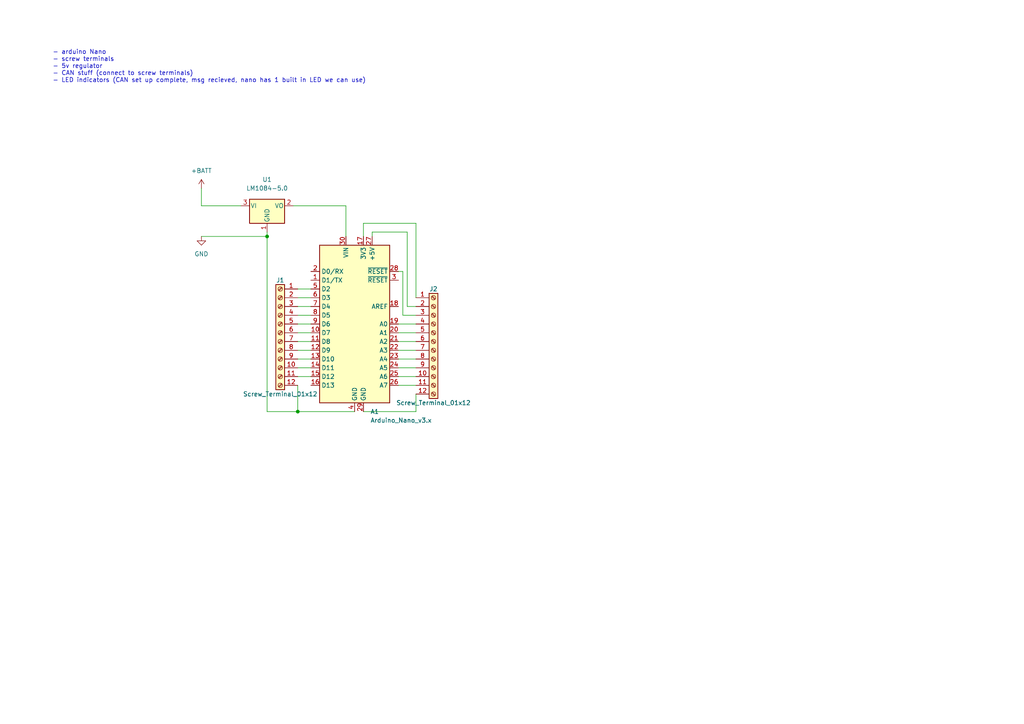
<source format=kicad_sch>
(kicad_sch (version 20211123) (generator eeschema)
  (paper "A4")
  (lib_symbols
    (symbol "Connector:Screw_Terminal_01x12" (pin_names (offset 1.016) hide)
      (property "Reference" "J" (at 0 15.24 0))
      (property "Value" "Screw_Terminal_01x12" (at 0 -17.78 0))
      (symbol "Screw_Terminal_01x12_1_1"
        (rectangle (start -1.27 13.97) (end 1.27 -16.51) (stroke (width 0.254)) (fill (type background)))
        (circle (center 0 -15.24) (radius 0.635) (stroke (width 0.1524)))
        (circle (center 0 -12.7) (radius 0.635) (stroke (width 0.1524)))
        (circle (center 0 -10.16) (radius 0.635) (stroke (width 0.1524)))
        (circle (center 0 -7.62) (radius 0.635) (stroke (width 0.1524)))
        (circle (center 0 -5.08) (radius 0.635) (stroke (width 0.1524)))
        (circle (center 0 -2.54) (radius 0.635) (stroke (width 0.1524)))
        (polyline (pts (xy -0.5334 -14.9098) (xy 0.3302 -15.748)) (stroke (width 0.1524)))
        (polyline (pts (xy -0.5334 -12.3698) (xy 0.3302 -13.208)) (stroke (width 0.1524)))
        (polyline (pts (xy -0.5334 -9.8298) (xy 0.3302 -10.668)) (stroke (width 0.1524)))
        (polyline (pts (xy -0.5334 -7.2898) (xy 0.3302 -8.128)) (stroke (width 0.1524)))
        (polyline (pts (xy -0.5334 -4.7498) (xy 0.3302 -5.588)) (stroke (width 0.1524)))
        (polyline (pts (xy -0.5334 -2.2098) (xy 0.3302 -3.048)) (stroke (width 0.1524)))
        (polyline (pts (xy -0.5334 0.3302) (xy 0.3302 -0.508)) (stroke (width 0.1524)))
        (polyline (pts (xy -0.5334 2.8702) (xy 0.3302 2.032)) (stroke (width 0.1524)))
        (polyline (pts (xy -0.5334 5.4102) (xy 0.3302 4.572)) (stroke (width 0.1524)))
        (polyline (pts (xy -0.5334 7.9502) (xy 0.3302 7.112)) (stroke (width 0.1524)))
        (polyline (pts (xy -0.5334 10.4902) (xy 0.3302 9.652)) (stroke (width 0.1524)))
        (polyline (pts (xy -0.5334 13.0302) (xy 0.3302 12.192)) (stroke (width 0.1524)))
        (polyline (pts (xy -0.3556 -14.732) (xy 0.508 -15.5702)) (stroke (width 0.1524)))
        (polyline (pts (xy -0.3556 -12.192) (xy 0.508 -13.0302)) (stroke (width 0.1524)))
        (polyline (pts (xy -0.3556 -9.652) (xy 0.508 -10.4902)) (stroke (width 0.1524)))
        (polyline (pts (xy -0.3556 -7.112) (xy 0.508 -7.9502)) (stroke (width 0.1524)))
        (polyline (pts (xy -0.3556 -4.572) (xy 0.508 -5.4102)) (stroke (width 0.1524)))
        (polyline (pts (xy -0.3556 -2.032) (xy 0.508 -2.8702)) (stroke (width 0.1524)))
        (polyline (pts (xy -0.3556 0.508) (xy 0.508 -0.3302)) (stroke (width 0.1524)))
        (polyline (pts (xy -0.3556 3.048) (xy 0.508 2.2098)) (stroke (width 0.1524)))
        (polyline (pts (xy -0.3556 5.588) (xy 0.508 4.7498)) (stroke (width 0.1524)))
        (polyline (pts (xy -0.3556 8.128) (xy 0.508 7.2898)) (stroke (width 0.1524)))
        (polyline (pts (xy -0.3556 10.668) (xy 0.508 9.8298)) (stroke (width 0.1524)))
        (polyline (pts (xy -0.3556 13.208) (xy 0.508 12.3698)) (stroke (width 0.1524)))
        (circle (center 0 0) (radius 0.635) (stroke (width 0.1524)))
        (circle (center 0 2.54) (radius 0.635) (stroke (width 0.1524)))
        (circle (center 0 5.08) (radius 0.635) (stroke (width 0.1524)))
        (circle (center 0 7.62) (radius 0.635) (stroke (width 0.1524)))
        (circle (center 0 10.16) (radius 0.635) (stroke (width 0.1524)))
        (circle (center 0 12.7) (radius 0.635) (stroke (width 0.1524)))
        (pin passive line (at -5.08 12.7 0) (length 3.81) (name "Pin_1") (number "1"))
        (pin passive line (at -5.08 -10.16 0) (length 3.81) (name "Pin_10") (number "10"))
        (pin passive line (at -5.08 -12.7 0) (length 3.81) (name "Pin_11") (number "11"))
        (pin passive line (at -5.08 -15.24 0) (length 3.81) (name "Pin_12") (number "12"))
        (pin passive line (at -5.08 10.16 0) (length 3.81) (name "Pin_2") (number "2"))
        (pin passive line (at -5.08 7.62 0) (length 3.81) (name "Pin_3") (number "3"))
        (pin passive line (at -5.08 5.08 0) (length 3.81) (name "Pin_4") (number "4"))
        (pin passive line (at -5.08 2.54 0) (length 3.81) (name "Pin_5") (number "5"))
        (pin passive line (at -5.08 0 0) (length 3.81) (name "Pin_6") (number "6"))
        (pin passive line (at -5.08 -2.54 0) (length 3.81) (name "Pin_7") (number "7"))
        (pin passive line (at -5.08 -5.08 0) (length 3.81) (name "Pin_8") (number "8"))
        (pin passive line (at -5.08 -7.62 0) (length 3.81) (name "Pin_9") (number "9"))
      )
    )
    (symbol "MCU_Module:Arduino_Nano_v3.x"
      (property "Reference" "A" (at -10.16 23.495 0))
      (property "Value" "Arduino_Nano_v3.x" (at 5.08 -24.13 0))
      (symbol "Arduino_Nano_v3.x_0_1"
        (rectangle (start -10.16 22.86) (end 10.16 -22.86) (stroke (width 0.254)) (fill (type background)))
      )
      (symbol "Arduino_Nano_v3.x_1_1"
        (pin bidirectional line (at -12.7 12.7 0) (length 2.54) (name "D1/TX") (number "1"))
        (pin bidirectional line (at -12.7 -2.54 0) (length 2.54) (name "D7") (number "10"))
        (pin bidirectional line (at -12.7 -5.08 0) (length 2.54) (name "D8") (number "11"))
        (pin bidirectional line (at -12.7 -7.62 0) (length 2.54) (name "D9") (number "12"))
        (pin bidirectional line (at -12.7 -10.16 0) (length 2.54) (name "D10") (number "13"))
        (pin bidirectional line (at -12.7 -12.7 0) (length 2.54) (name "D11") (number "14"))
        (pin bidirectional line (at -12.7 -15.24 0) (length 2.54) (name "D12") (number "15"))
        (pin bidirectional line (at -12.7 -17.78 0) (length 2.54) (name "D13") (number "16"))
        (pin power_out line (at 2.54 25.4 270) (length 2.54) (name "3V3") (number "17"))
        (pin input line (at 12.7 5.08 180) (length 2.54) (name "AREF") (number "18"))
        (pin bidirectional line (at 12.7 0 180) (length 2.54) (name "A0") (number "19"))
        (pin bidirectional line (at -12.7 15.24 0) (length 2.54) (name "D0/RX") (number "2"))
        (pin bidirectional line (at 12.7 -2.54 180) (length 2.54) (name "A1") (number "20"))
        (pin bidirectional line (at 12.7 -5.08 180) (length 2.54) (name "A2") (number "21"))
        (pin bidirectional line (at 12.7 -7.62 180) (length 2.54) (name "A3") (number "22"))
        (pin bidirectional line (at 12.7 -10.16 180) (length 2.54) (name "A4") (number "23"))
        (pin bidirectional line (at 12.7 -12.7 180) (length 2.54) (name "A5") (number "24"))
        (pin bidirectional line (at 12.7 -15.24 180) (length 2.54) (name "A6") (number "25"))
        (pin bidirectional line (at 12.7 -17.78 180) (length 2.54) (name "A7") (number "26"))
        (pin power_out line (at 5.08 25.4 270) (length 2.54) (name "+5V") (number "27"))
        (pin input line (at 12.7 15.24 180) (length 2.54) (name "~{RESET}") (number "28"))
        (pin power_in line (at 2.54 -25.4 90) (length 2.54) (name "GND") (number "29"))
        (pin input line (at 12.7 12.7 180) (length 2.54) (name "~{RESET}") (number "3"))
        (pin power_in line (at -2.54 25.4 270) (length 2.54) (name "VIN") (number "30"))
        (pin power_in line (at 0 -25.4 90) (length 2.54) (name "GND") (number "4"))
        (pin bidirectional line (at -12.7 10.16 0) (length 2.54) (name "D2") (number "5"))
        (pin bidirectional line (at -12.7 7.62 0) (length 2.54) (name "D3") (number "6"))
        (pin bidirectional line (at -12.7 5.08 0) (length 2.54) (name "D4") (number "7"))
        (pin bidirectional line (at -12.7 2.54 0) (length 2.54) (name "D5") (number "8"))
        (pin bidirectional line (at -12.7 0 0) (length 2.54) (name "D6") (number "9"))
      )
    )
    (symbol "Regulator_Linear:LM1084-5.0" (pin_names (offset 0.254))
      (property "Reference" "U" (at -3.81 3.175 0))
      (property "Value" "LM1084-5.0" (at 0 3.175 0))
      (symbol "LM1084-5.0_0_1"
        (rectangle (start -5.08 1.905) (end 5.08 -5.08) (stroke (width 0.254)) (fill (type background)))
      )
      (symbol "LM1084-5.0_1_1"
        (pin power_in line (at 0 -7.62 90) (length 2.54) (name "GND") (number "1"))
        (pin power_out line (at 7.62 0 180) (length 2.54) (name "VO") (number "2"))
        (pin power_in line (at -7.62 0 0) (length 2.54) (name "VI") (number "3"))
      )
    )
    (symbol "power:+BATT" (power) (pin_names (offset 0))
      (property "Value" "+BATT" (at 0 3.556 0))
      (symbol "+BATT_0_1"
        (polyline (pts (xy -0.762 1.27) (xy 0 2.54)))
        (polyline (pts (xy 0 0) (xy 0 2.54)))
        (polyline (pts (xy 0 2.54) (xy 0.762 1.27)))
      )
      (symbol "+BATT_1_1"
        (pin power_in line (at 0 0 90) (length 0) hide (name "+BATT") (number "1"))
      )
    )
    (symbol "power:GND" (power) (pin_names (offset 0))
      (property "Value" "GND" (at 0 -3.81 0))
      (symbol "GND_0_1"
        (polyline (pts (xy 0 0) (xy 0 -1.27) (xy 1.27 -1.27) (xy 0 -2.54) (xy -1.27 -1.27) (xy 0 -1.27)))
      )
      (symbol "GND_1_1"
        (pin power_in line (at 0 0 270) (length 0) hide (name "GND") (number "1"))
      )
    )
  )
  (junction (at 86.36 119.38))
  (junction (at 77.47 68.58))
  (wire (pts (xy 86.36 83.82) (xy 90.17 83.82)))
  (wire (pts (xy 58.42 68.58) (xy 77.47 68.58)))
  (wire (pts (xy 115.57 93.98) (xy 120.65 93.98)))
  (wire (pts (xy 115.57 106.68) (xy 120.65 106.68)))
  (wire (pts (xy 120.65 64.77) (xy 105.41 64.77)))
  (wire (pts (xy 115.57 96.52) (xy 120.65 96.52)))
  (wire (pts (xy 86.36 96.52) (xy 90.17 96.52)))
  (wire (pts (xy 120.65 86.36) (xy 120.65 64.77)))
  (wire (pts (xy 86.36 91.44) (xy 90.17 91.44)))
  (wire (pts (xy 102.87 119.38) (xy 86.36 119.38)))
  (wire (pts (xy 115.57 109.22) (xy 120.65 109.22)))
  (wire (pts (xy 115.57 111.76) (xy 120.65 111.76)))
  (wire (pts (xy 105.41 119.38) (xy 120.65 119.38)))
  (wire (pts (xy 85.09 59.69) (xy 100.33 59.69)))
  (wire (pts (xy 86.36 111.76) (xy 86.36 119.38)))
  (wire (pts (xy 107.95 67.31) (xy 118.11 67.31)))
  (wire (pts (xy 118.11 67.31) (xy 118.11 88.9)))
  (wire (pts (xy 86.36 88.9) (xy 90.17 88.9)))
  (wire (pts (xy 86.36 101.6) (xy 90.17 101.6)))
  (wire (pts (xy 115.57 101.6) (xy 120.65 101.6)))
  (wire (pts (xy 105.41 64.77) (xy 105.41 68.58)))
  (wire (pts (xy 120.65 119.38) (xy 120.65 114.3)))
  (wire (pts (xy 100.33 59.69) (xy 100.33 68.58)))
  (wire (pts (xy 115.57 104.14) (xy 120.65 104.14)))
  (wire (pts (xy 86.36 104.14) (xy 90.17 104.14)))
  (wire (pts (xy 107.95 68.58) (xy 107.95 67.31)))
  (wire (pts (xy 58.42 59.69) (xy 69.85 59.69)))
  (wire (pts (xy 77.47 68.58) (xy 77.47 67.31)))
  (wire (pts (xy 116.84 78.74) (xy 115.57 78.74)))
  (wire (pts (xy 58.42 54.61) (xy 58.42 59.69)))
  (wire (pts (xy 120.65 91.44) (xy 116.84 91.44)))
  (wire (pts (xy 115.57 99.06) (xy 120.65 99.06)))
  (wire (pts (xy 118.11 88.9) (xy 120.65 88.9)))
  (wire (pts (xy 116.84 91.44) (xy 116.84 78.74)))
  (wire (pts (xy 86.36 106.68) (xy 90.17 106.68)))
  (wire (pts (xy 86.36 119.38) (xy 77.47 119.38)))
  (wire (pts (xy 86.36 93.98) (xy 90.17 93.98)))
  (wire (pts (xy 86.36 86.36) (xy 90.17 86.36)))
  (wire (pts (xy 86.36 109.22) (xy 90.17 109.22)))
  (wire (pts (xy 77.47 119.38) (xy 77.47 68.58)))
  (wire (pts (xy 86.36 99.06) (xy 90.17 99.06)))
  (text "- arduino Nano\n- screw terminals\n- 5v regulator\n- CAN stuff (connect to screw terminals)\n- LED indicators (CAN set up complete, msg recieved, nano has 1 built in LED we can use)" (at 15.24 24.13 0) (effects (font (size 1.27 1.27)) (justify left bottom)))
  (symbol (lib_id "MCU_Module:Arduino_Nano_v3.x") (at 102.87 93.98 0) (unit 1)
    (property "Reference" "A1" (at 107.4294 119.38 0) (effects (justify left)))
    (property "Value" "Arduino_Nano_v3.x" (at 107.4294 121.92 0) (effects (justify left)))
    (property "Footprint" "Module:Arduino_Nano" (effects hide))
    (property "Datasheet" "http://www.mouser.com/pdfdocs/Gravitech_Arduino_Nano3_0.pdf" (effects hide))
  )
  (symbol (lib_id "Connector:Screw_Terminal_01x12") (at 125.73 99.06 0) (unit 1)
    (property "Reference" "J2" (at 125.73 83.82 0))
    (property "Value" "Screw_Terminal_01x12" (at 125.73 116.84 0))
    (property "Footprint" "TerminalBlock_4Ucon:TerminalBlock_4Ucon_1x12_P3.50mm_Horizontal" (effects hide))
  )
  (symbol (lib_id "power:+BATT") (at 58.42 54.61 0) (unit 1)
    (property "Reference" "#PWR0102" (effects hide))
    (property "Value" "+BATT" (at 58.42 49.53 0))
  )
  (symbol (lib_id "Connector:Screw_Terminal_01x12") (at 81.28 96.52 0) (mirror y) (unit 1)
    (property "Reference" "J1" (at 81.28 81.28 0))
    (property "Value" "Screw_Terminal_01x12" (at 81.28 114.3 0))
    (property "Footprint" "TerminalBlock_4Ucon:TerminalBlock_4Ucon_1x12_P3.50mm_Horizontal" (effects hide))
  )
  (symbol (lib_id "Regulator_Linear:LM1084-5.0") (at 77.47 59.69 0) (unit 1)
    (property "Reference" "U1" (at 77.47 52.07 0))
    (property "Value" "LM1084-5.0" (at 77.47 54.61 0))
    (property "Footprint" "Package_TO_SOT_THT:TO-220F-3_Horizontal_TabDown" (effects hide))
    (property "Datasheet" "http://www.ti.com/lit/ds/symlink/lm1084.pdf" (effects hide))
  )
  (symbol (lib_id "power:GND") (at 58.42 68.58 0) (unit 1)
    (property "Reference" "#PWR0101" (effects hide))
    (property "Value" "GND" (at 58.42 73.66 0))
  )
)
</source>
